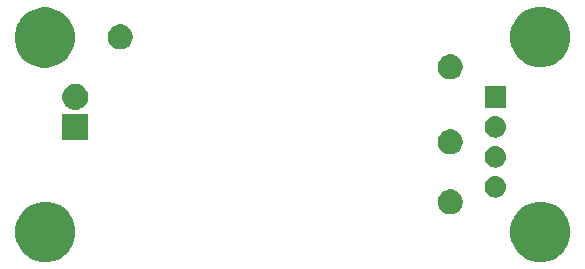
<source format=gbr>
G04 #@! TF.GenerationSoftware,KiCad,Pcbnew,(5.1.4)-1*
G04 #@! TF.CreationDate,2020-01-22T19:26:31-05:00*
G04 #@! TF.ProjectId,UniversalLM393,556e6976-6572-4736-916c-4c4d3339332e,rev?*
G04 #@! TF.SameCoordinates,Original*
G04 #@! TF.FileFunction,Soldermask,Bot*
G04 #@! TF.FilePolarity,Negative*
%FSLAX46Y46*%
G04 Gerber Fmt 4.6, Leading zero omitted, Abs format (unit mm)*
G04 Created by KiCad (PCBNEW (5.1.4)-1) date 2020-01-22 19:26:31*
%MOMM*%
%LPD*%
G04 APERTURE LIST*
%ADD10C,0.100000*%
G04 APERTURE END LIST*
D10*
G36*
X130284098Y-100417033D02*
G01*
X130748350Y-100609332D01*
X130748352Y-100609333D01*
X131166168Y-100888509D01*
X131521491Y-101243832D01*
X131656575Y-101446000D01*
X131800668Y-101661650D01*
X131992967Y-102125902D01*
X132091000Y-102618747D01*
X132091000Y-103121253D01*
X131992967Y-103614098D01*
X131871093Y-103908329D01*
X131800667Y-104078352D01*
X131521491Y-104496168D01*
X131166168Y-104851491D01*
X130748352Y-105130667D01*
X130748351Y-105130668D01*
X130748350Y-105130668D01*
X130284098Y-105322967D01*
X129791253Y-105421000D01*
X129288747Y-105421000D01*
X128795902Y-105322967D01*
X128331650Y-105130668D01*
X128331649Y-105130668D01*
X128331648Y-105130667D01*
X127913832Y-104851491D01*
X127558509Y-104496168D01*
X127279333Y-104078352D01*
X127208907Y-103908329D01*
X127087033Y-103614098D01*
X126989000Y-103121253D01*
X126989000Y-102618747D01*
X127087033Y-102125902D01*
X127279332Y-101661650D01*
X127423425Y-101446000D01*
X127558509Y-101243832D01*
X127913832Y-100888509D01*
X128331648Y-100609333D01*
X128331650Y-100609332D01*
X128795902Y-100417033D01*
X129288747Y-100319000D01*
X129791253Y-100319000D01*
X130284098Y-100417033D01*
X130284098Y-100417033D01*
G37*
G36*
X172194098Y-100417033D02*
G01*
X172658350Y-100609332D01*
X172658352Y-100609333D01*
X173076168Y-100888509D01*
X173431491Y-101243832D01*
X173566575Y-101446000D01*
X173710668Y-101661650D01*
X173902967Y-102125902D01*
X174001000Y-102618747D01*
X174001000Y-103121253D01*
X173902967Y-103614098D01*
X173781093Y-103908329D01*
X173710667Y-104078352D01*
X173431491Y-104496168D01*
X173076168Y-104851491D01*
X172658352Y-105130667D01*
X172658351Y-105130668D01*
X172658350Y-105130668D01*
X172194098Y-105322967D01*
X171701253Y-105421000D01*
X171198747Y-105421000D01*
X170705902Y-105322967D01*
X170241650Y-105130668D01*
X170241649Y-105130668D01*
X170241648Y-105130667D01*
X169823832Y-104851491D01*
X169468509Y-104496168D01*
X169189333Y-104078352D01*
X169118907Y-103908329D01*
X168997033Y-103614098D01*
X168899000Y-103121253D01*
X168899000Y-102618747D01*
X168997033Y-102125902D01*
X169189332Y-101661650D01*
X169333425Y-101446000D01*
X169468509Y-101243832D01*
X169823832Y-100888509D01*
X170241648Y-100609333D01*
X170241650Y-100609332D01*
X170705902Y-100417033D01*
X171198747Y-100319000D01*
X171701253Y-100319000D01*
X172194098Y-100417033D01*
X172194098Y-100417033D01*
G37*
G36*
X164136564Y-99319389D02*
G01*
X164327833Y-99398615D01*
X164327835Y-99398616D01*
X164499973Y-99513635D01*
X164646365Y-99660027D01*
X164748431Y-99812779D01*
X164761385Y-99832167D01*
X164840611Y-100023436D01*
X164881000Y-100226484D01*
X164881000Y-100433516D01*
X164840611Y-100636564D01*
X164780630Y-100781371D01*
X164761384Y-100827835D01*
X164646365Y-100999973D01*
X164499973Y-101146365D01*
X164327835Y-101261384D01*
X164327834Y-101261385D01*
X164327833Y-101261385D01*
X164136564Y-101340611D01*
X163933516Y-101381000D01*
X163726484Y-101381000D01*
X163523436Y-101340611D01*
X163332167Y-101261385D01*
X163332166Y-101261385D01*
X163332165Y-101261384D01*
X163160027Y-101146365D01*
X163013635Y-100999973D01*
X162898616Y-100827835D01*
X162879370Y-100781371D01*
X162819389Y-100636564D01*
X162779000Y-100433516D01*
X162779000Y-100226484D01*
X162819389Y-100023436D01*
X162898615Y-99832167D01*
X162911570Y-99812779D01*
X163013635Y-99660027D01*
X163160027Y-99513635D01*
X163332165Y-99398616D01*
X163332167Y-99398615D01*
X163523436Y-99319389D01*
X163726484Y-99279000D01*
X163933516Y-99279000D01*
X164136564Y-99319389D01*
X164136564Y-99319389D01*
G37*
G36*
X167750443Y-98165519D02*
G01*
X167816627Y-98172037D01*
X167986466Y-98223557D01*
X168142991Y-98307222D01*
X168178729Y-98336552D01*
X168280186Y-98419814D01*
X168363448Y-98521271D01*
X168392778Y-98557009D01*
X168476443Y-98713534D01*
X168527963Y-98883373D01*
X168545359Y-99060000D01*
X168527963Y-99236627D01*
X168476443Y-99406466D01*
X168392778Y-99562991D01*
X168363448Y-99598729D01*
X168280186Y-99700186D01*
X168178729Y-99783448D01*
X168142991Y-99812778D01*
X167986466Y-99896443D01*
X167816627Y-99947963D01*
X167750443Y-99954481D01*
X167684260Y-99961000D01*
X167595740Y-99961000D01*
X167529557Y-99954481D01*
X167463373Y-99947963D01*
X167293534Y-99896443D01*
X167137009Y-99812778D01*
X167101271Y-99783448D01*
X166999814Y-99700186D01*
X166916552Y-99598729D01*
X166887222Y-99562991D01*
X166803557Y-99406466D01*
X166752037Y-99236627D01*
X166734641Y-99060000D01*
X166752037Y-98883373D01*
X166803557Y-98713534D01*
X166887222Y-98557009D01*
X166916552Y-98521271D01*
X166999814Y-98419814D01*
X167101271Y-98336552D01*
X167137009Y-98307222D01*
X167293534Y-98223557D01*
X167463373Y-98172037D01*
X167529557Y-98165519D01*
X167595740Y-98159000D01*
X167684260Y-98159000D01*
X167750443Y-98165519D01*
X167750443Y-98165519D01*
G37*
G36*
X167750442Y-95625518D02*
G01*
X167816627Y-95632037D01*
X167986466Y-95683557D01*
X168142991Y-95767222D01*
X168178729Y-95796552D01*
X168280186Y-95879814D01*
X168363448Y-95981271D01*
X168392778Y-96017009D01*
X168476443Y-96173534D01*
X168527963Y-96343373D01*
X168545359Y-96520000D01*
X168527963Y-96696627D01*
X168476443Y-96866466D01*
X168392778Y-97022991D01*
X168363448Y-97058729D01*
X168280186Y-97160186D01*
X168178729Y-97243448D01*
X168142991Y-97272778D01*
X167986466Y-97356443D01*
X167816627Y-97407963D01*
X167750442Y-97414482D01*
X167684260Y-97421000D01*
X167595740Y-97421000D01*
X167529558Y-97414482D01*
X167463373Y-97407963D01*
X167293534Y-97356443D01*
X167137009Y-97272778D01*
X167101271Y-97243448D01*
X166999814Y-97160186D01*
X166916552Y-97058729D01*
X166887222Y-97022991D01*
X166803557Y-96866466D01*
X166752037Y-96696627D01*
X166734641Y-96520000D01*
X166752037Y-96343373D01*
X166803557Y-96173534D01*
X166887222Y-96017009D01*
X166916552Y-95981271D01*
X166999814Y-95879814D01*
X167101271Y-95796552D01*
X167137009Y-95767222D01*
X167293534Y-95683557D01*
X167463373Y-95632037D01*
X167529558Y-95625518D01*
X167595740Y-95619000D01*
X167684260Y-95619000D01*
X167750442Y-95625518D01*
X167750442Y-95625518D01*
G37*
G36*
X164136564Y-94239389D02*
G01*
X164327833Y-94318615D01*
X164327835Y-94318616D01*
X164499973Y-94433635D01*
X164646365Y-94580027D01*
X164748431Y-94732779D01*
X164761385Y-94752167D01*
X164840611Y-94943436D01*
X164881000Y-95146484D01*
X164881000Y-95353516D01*
X164840611Y-95556564D01*
X164761385Y-95747833D01*
X164761384Y-95747835D01*
X164646365Y-95919973D01*
X164499973Y-96066365D01*
X164327835Y-96181384D01*
X164327834Y-96181385D01*
X164327833Y-96181385D01*
X164136564Y-96260611D01*
X163933516Y-96301000D01*
X163726484Y-96301000D01*
X163523436Y-96260611D01*
X163332167Y-96181385D01*
X163332166Y-96181385D01*
X163332165Y-96181384D01*
X163160027Y-96066365D01*
X163013635Y-95919973D01*
X162898616Y-95747835D01*
X162898615Y-95747833D01*
X162819389Y-95556564D01*
X162779000Y-95353516D01*
X162779000Y-95146484D01*
X162819389Y-94943436D01*
X162898615Y-94752167D01*
X162911570Y-94732779D01*
X163013635Y-94580027D01*
X163160027Y-94433635D01*
X163332165Y-94318616D01*
X163332167Y-94318615D01*
X163523436Y-94239389D01*
X163726484Y-94199000D01*
X163933516Y-94199000D01*
X164136564Y-94239389D01*
X164136564Y-94239389D01*
G37*
G36*
X133181000Y-95081000D02*
G01*
X130979000Y-95081000D01*
X130979000Y-92879000D01*
X133181000Y-92879000D01*
X133181000Y-95081000D01*
X133181000Y-95081000D01*
G37*
G36*
X167750443Y-93085519D02*
G01*
X167816627Y-93092037D01*
X167986466Y-93143557D01*
X168142991Y-93227222D01*
X168178729Y-93256552D01*
X168280186Y-93339814D01*
X168363448Y-93441271D01*
X168392778Y-93477009D01*
X168476443Y-93633534D01*
X168527963Y-93803373D01*
X168545359Y-93980000D01*
X168527963Y-94156627D01*
X168476443Y-94326466D01*
X168392778Y-94482991D01*
X168363448Y-94518729D01*
X168280186Y-94620186D01*
X168178729Y-94703448D01*
X168142991Y-94732778D01*
X167986466Y-94816443D01*
X167816627Y-94867963D01*
X167750443Y-94874481D01*
X167684260Y-94881000D01*
X167595740Y-94881000D01*
X167529557Y-94874481D01*
X167463373Y-94867963D01*
X167293534Y-94816443D01*
X167137009Y-94732778D01*
X167101271Y-94703448D01*
X166999814Y-94620186D01*
X166916552Y-94518729D01*
X166887222Y-94482991D01*
X166803557Y-94326466D01*
X166752037Y-94156627D01*
X166734641Y-93980000D01*
X166752037Y-93803373D01*
X166803557Y-93633534D01*
X166887222Y-93477009D01*
X166916552Y-93441271D01*
X166999814Y-93339814D01*
X167101271Y-93256552D01*
X167137009Y-93227222D01*
X167293534Y-93143557D01*
X167463373Y-93092037D01*
X167529557Y-93085519D01*
X167595740Y-93079000D01*
X167684260Y-93079000D01*
X167750443Y-93085519D01*
X167750443Y-93085519D01*
G37*
G36*
X132294795Y-90360156D02*
G01*
X132401150Y-90381311D01*
X132601520Y-90464307D01*
X132781844Y-90584795D01*
X132935205Y-90738156D01*
X133055693Y-90918480D01*
X133138689Y-91118851D01*
X133181000Y-91331560D01*
X133181000Y-91548440D01*
X133138689Y-91761149D01*
X133055693Y-91961520D01*
X132935205Y-92141844D01*
X132781844Y-92295205D01*
X132601520Y-92415693D01*
X132401150Y-92498689D01*
X132294795Y-92519844D01*
X132188440Y-92541000D01*
X131971560Y-92541000D01*
X131865205Y-92519844D01*
X131758850Y-92498689D01*
X131658666Y-92457191D01*
X131558480Y-92415693D01*
X131378156Y-92295205D01*
X131224795Y-92141844D01*
X131104307Y-91961520D01*
X131021311Y-91761149D01*
X130979000Y-91548440D01*
X130979000Y-91331560D01*
X131021311Y-91118851D01*
X131104307Y-90918480D01*
X131224795Y-90738156D01*
X131378156Y-90584795D01*
X131558480Y-90464307D01*
X131658666Y-90422809D01*
X131758850Y-90381311D01*
X131865205Y-90360156D01*
X131971560Y-90339000D01*
X132188440Y-90339000D01*
X132294795Y-90360156D01*
X132294795Y-90360156D01*
G37*
G36*
X168541000Y-92341000D02*
G01*
X166739000Y-92341000D01*
X166739000Y-90539000D01*
X168541000Y-90539000D01*
X168541000Y-92341000D01*
X168541000Y-92341000D01*
G37*
G36*
X164136564Y-87889389D02*
G01*
X164327833Y-87968615D01*
X164327835Y-87968616D01*
X164406788Y-88021371D01*
X164499973Y-88083635D01*
X164646365Y-88230027D01*
X164761385Y-88402167D01*
X164840611Y-88593436D01*
X164881000Y-88796484D01*
X164881000Y-89003516D01*
X164840611Y-89206564D01*
X164761385Y-89397833D01*
X164761384Y-89397835D01*
X164646365Y-89569973D01*
X164499973Y-89716365D01*
X164327835Y-89831384D01*
X164327834Y-89831385D01*
X164327833Y-89831385D01*
X164136564Y-89910611D01*
X163933516Y-89951000D01*
X163726484Y-89951000D01*
X163523436Y-89910611D01*
X163332167Y-89831385D01*
X163332166Y-89831385D01*
X163332165Y-89831384D01*
X163160027Y-89716365D01*
X163013635Y-89569973D01*
X162898616Y-89397835D01*
X162898615Y-89397833D01*
X162819389Y-89206564D01*
X162779000Y-89003516D01*
X162779000Y-88796484D01*
X162819389Y-88593436D01*
X162898615Y-88402167D01*
X163013635Y-88230027D01*
X163160027Y-88083635D01*
X163253212Y-88021371D01*
X163332165Y-87968616D01*
X163332167Y-87968615D01*
X163523436Y-87889389D01*
X163726484Y-87849000D01*
X163933516Y-87849000D01*
X164136564Y-87889389D01*
X164136564Y-87889389D01*
G37*
G36*
X130228273Y-83962858D02*
G01*
X130692525Y-84155157D01*
X130692527Y-84155158D01*
X131110343Y-84434334D01*
X131465666Y-84789657D01*
X131599367Y-84989755D01*
X131744843Y-85207475D01*
X131937142Y-85671727D01*
X132035175Y-86164572D01*
X132035175Y-86667078D01*
X131937142Y-87159923D01*
X131750674Y-87610098D01*
X131744842Y-87624177D01*
X131465666Y-88041993D01*
X131110343Y-88397316D01*
X130692527Y-88676492D01*
X130692526Y-88676493D01*
X130692525Y-88676493D01*
X130228273Y-88868792D01*
X129735428Y-88966825D01*
X129232922Y-88966825D01*
X128740077Y-88868792D01*
X128275825Y-88676493D01*
X128275824Y-88676493D01*
X128275823Y-88676492D01*
X127858007Y-88397316D01*
X127502684Y-88041993D01*
X127223508Y-87624177D01*
X127217676Y-87610098D01*
X127031208Y-87159923D01*
X126933175Y-86667078D01*
X126933175Y-86164572D01*
X127031208Y-85671727D01*
X127223507Y-85207475D01*
X127368983Y-84989755D01*
X127502684Y-84789657D01*
X127858007Y-84434334D01*
X128275823Y-84155158D01*
X128275825Y-84155157D01*
X128740077Y-83962858D01*
X129232922Y-83864825D01*
X129735428Y-83864825D01*
X130228273Y-83962858D01*
X130228273Y-83962858D01*
G37*
G36*
X172194098Y-83907033D02*
G01*
X172635398Y-84089825D01*
X172658352Y-84099333D01*
X173076168Y-84378509D01*
X173431491Y-84733832D01*
X173710667Y-85151648D01*
X173710668Y-85151650D01*
X173902967Y-85615902D01*
X174001000Y-86108747D01*
X174001000Y-86611253D01*
X173902967Y-87104098D01*
X173792574Y-87370610D01*
X173710667Y-87568352D01*
X173431491Y-87986168D01*
X173076168Y-88341491D01*
X172658352Y-88620667D01*
X172658351Y-88620668D01*
X172658350Y-88620668D01*
X172194098Y-88812967D01*
X171701253Y-88911000D01*
X171198747Y-88911000D01*
X170705902Y-88812967D01*
X170241650Y-88620668D01*
X170241649Y-88620668D01*
X170241648Y-88620667D01*
X169823832Y-88341491D01*
X169468509Y-87986168D01*
X169189333Y-87568352D01*
X169107426Y-87370610D01*
X168997033Y-87104098D01*
X168899000Y-86611253D01*
X168899000Y-86108747D01*
X168997033Y-85615902D01*
X169189332Y-85151650D01*
X169189333Y-85151648D01*
X169468509Y-84733832D01*
X169823832Y-84378509D01*
X170241648Y-84099333D01*
X170264602Y-84089825D01*
X170705902Y-83907033D01*
X171198747Y-83809000D01*
X171701253Y-83809000D01*
X172194098Y-83907033D01*
X172194098Y-83907033D01*
G37*
G36*
X136196564Y-85349389D02*
G01*
X136387833Y-85428615D01*
X136387835Y-85428616D01*
X136395662Y-85433846D01*
X136559973Y-85543635D01*
X136706365Y-85690027D01*
X136821385Y-85862167D01*
X136900611Y-86053436D01*
X136941000Y-86256484D01*
X136941000Y-86463516D01*
X136900611Y-86666564D01*
X136821385Y-86857833D01*
X136821384Y-86857835D01*
X136706365Y-87029973D01*
X136559973Y-87176365D01*
X136387835Y-87291384D01*
X136387834Y-87291385D01*
X136387833Y-87291385D01*
X136196564Y-87370611D01*
X135993516Y-87411000D01*
X135786484Y-87411000D01*
X135583436Y-87370611D01*
X135392167Y-87291385D01*
X135392166Y-87291385D01*
X135392165Y-87291384D01*
X135220027Y-87176365D01*
X135073635Y-87029973D01*
X134958616Y-86857835D01*
X134958615Y-86857833D01*
X134879389Y-86666564D01*
X134839000Y-86463516D01*
X134839000Y-86256484D01*
X134879389Y-86053436D01*
X134958615Y-85862167D01*
X135073635Y-85690027D01*
X135220027Y-85543635D01*
X135384338Y-85433846D01*
X135392165Y-85428616D01*
X135392167Y-85428615D01*
X135583436Y-85349389D01*
X135786484Y-85309000D01*
X135993516Y-85309000D01*
X136196564Y-85349389D01*
X136196564Y-85349389D01*
G37*
M02*

</source>
